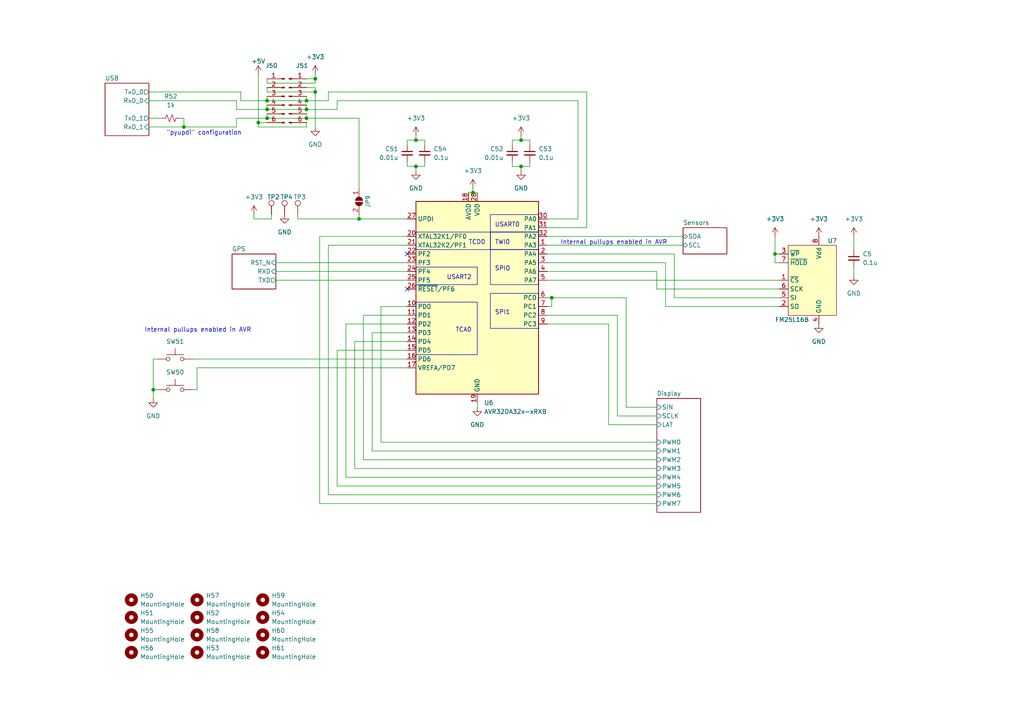
<source format=kicad_sch>
(kicad_sch (version 20230121) (generator eeschema)
  (paper "A4")
  (lib_symbols
    (symbol "0-Atmel:AVR128DA32x-xRXB"
      (property "Reference" "U" (at -17.78 29.21 0))
      (property "Value" "AVR32DA32x-xRXB" (at 2.54 -29.21 0))
      (symbol "AVR128DA32x-xRXB_0_1"
        (rectangle (start -17.78 27.94) (end 17.78 -27.94) (stroke (width 0.254)) (fill (type background)))
      )
      (symbol "AVR128DA32x-xRXB_1_1"
        (pin bidirectional line (at 20.32 15.24 180) (length 2.54) (name "PA3") (number "1"))
        (pin bidirectional line (at -20.32 -2.54 0) (length 2.54) (name "PD0") (number "10"))
        (pin bidirectional line (at -20.32 -5.08 0) (length 2.54) (name "PD1") (number "11"))
        (pin bidirectional line (at -20.32 -7.62 0) (length 2.54) (name "PD2") (number "12"))
        (pin bidirectional line (at -20.32 -10.16 0) (length 2.54) (name "PD3") (number "13"))
        (pin bidirectional line (at -20.32 -12.7 0) (length 2.54) (name "PD4") (number "14"))
        (pin bidirectional line (at -20.32 -15.24 0) (length 2.54) (name "PD5") (number "15"))
        (pin bidirectional line (at -20.32 -17.78 0) (length 2.54) (name "PD6") (number "16"))
        (pin bidirectional line (at -20.32 -20.32 0) (length 2.54) (name "VREFA/PD7") (number "17"))
        (pin power_in line (at -2.54 30.48 270) (length 2.54) (name "AVDD") (number "18"))
        (pin power_in line (at 0 -30.48 90) (length 2.54) (name "GND") (number "19"))
        (pin bidirectional line (at 20.32 12.7 180) (length 2.54) (name "PA4") (number "2"))
        (pin bidirectional line (at -20.32 17.78 0) (length 2.54) (name "XTAL32K1/PF0") (number "20"))
        (pin bidirectional line (at -20.32 15.24 0) (length 2.54) (name "XTAL32K2/PF1") (number "21"))
        (pin bidirectional line (at -20.32 12.7 0) (length 2.54) (name "PF2") (number "22"))
        (pin bidirectional line (at -20.32 10.16 0) (length 2.54) (name "PF3") (number "23"))
        (pin bidirectional line (at -20.32 7.62 0) (length 2.54) (name "PF4") (number "24"))
        (pin bidirectional line (at -20.32 5.08 0) (length 2.54) (name "PF5") (number "25"))
        (pin bidirectional line (at -20.32 2.54 0) (length 2.54) (name "~{RESET}/PF6") (number "26"))
        (pin input line (at -20.32 22.86 0) (length 2.54) (name "UPDI") (number "27"))
        (pin power_in line (at 0 30.48 270) (length 2.54) (name "VDD") (number "28"))
        (pin passive line (at 0 -30.48 90) (length 2.54) hide (name "GND") (number "29"))
        (pin bidirectional line (at 20.32 10.16 180) (length 2.54) (name "PA5") (number "3"))
        (pin bidirectional line (at 20.32 22.86 180) (length 2.54) (name "PA0") (number "30"))
        (pin bidirectional line (at 20.32 20.32 180) (length 2.54) (name "PA1") (number "31"))
        (pin bidirectional line (at 20.32 17.78 180) (length 2.54) (name "PA2") (number "32"))
        (pin passive line (at 0 -30.48 90) (length 2.54) hide (name "GND") (number "33"))
        (pin bidirectional line (at 20.32 7.62 180) (length 2.54) (name "PA6") (number "4"))
        (pin bidirectional line (at 20.32 5.08 180) (length 2.54) (name "PA7") (number "5"))
        (pin bidirectional line (at 20.32 0 180) (length 2.54) (name "PC0") (number "6"))
        (pin bidirectional line (at 20.32 -2.54 180) (length 2.54) (name "PC1") (number "7"))
        (pin bidirectional line (at 20.32 -5.08 180) (length 2.54) (name "PC2") (number "8"))
        (pin bidirectional line (at 20.32 -7.62 180) (length 2.54) (name "PC3") (number "9"))
      )
    )
    (symbol "0-ic-digital:FM25L16B"
      (property "Reference" "U" (at -6.35 11.43 0))
      (property "Value" "FM25L16B" (at -6.35 -11.43 0))
      (symbol "FM25L16B_0_0"
        (pin output line (at -10.16 -7.62 0) (length 2.54) (name "SO") (number "2"))
        (pin input line (at -10.16 7.62 0) (length 2.54) (name "~{WP}") (number "3"))
        (pin passive line (at 1.27 -12.7 90) (length 2.54) (name "GND") (number "4"))
        (pin input line (at -10.16 -5.08 0) (length 2.54) (name "SI") (number "5"))
        (pin input line (at -10.16 -2.54 0) (length 2.54) (name "SCK") (number "6"))
        (pin input line (at -10.16 5.08 0) (length 2.54) (name "~{HOLD}") (number "7"))
        (pin passive line (at 1.27 12.7 270) (length 2.54) (name "Vdd") (number "8"))
      )
      (symbol "FM25L16B_1_0"
        (pin input line (at -10.16 0 0) (length 2.54) (name "~{CS}") (number "1"))
      )
      (symbol "FM25L16B_1_1"
        (rectangle (start -7.62 10.16) (end 6.35 -10.16) (fill (type background)))
      )
    )
    (symbol "0-passives:C-ceramic" (pin_numbers hide) (pin_names (offset 0.254) hide)
      (property "Reference" "C" (at 0.254 1.778 0))
      (property "Value" "?u" (at 0.254 -2.032 0))
      (symbol "C-ceramic_0_1"
        (polyline (pts (xy -1.524 -0.508) (xy 1.524 -0.508)) (stroke (width 0.3302)))
        (polyline (pts (xy -1.524 0.508) (xy 1.524 0.508)) (stroke (width 0.3048)))
      )
      (symbol "C-ceramic_1_1"
        (pin passive line (at 0 2.54 270) (length 2.032) (name "~") (number "1"))
        (pin passive line (at 0 -2.54 90) (length 2.032) (name "~") (number "2"))
      )
    )
    (symbol "0-passives:R" (pin_numbers hide) (pin_names (offset 0.254) hide)
      (property "Reference" "R" (at 0.762 0.508 0))
      (property "Value" "?k" (at 0.762 -1.016 0))
      (symbol "R_1_1"
        (polyline (pts (xy 0 0) (xy 1.016 -0.381) (xy 0 -0.762) (xy -1.016 -1.143) (xy 0 -1.524)))
        (polyline (pts (xy 0 1.524) (xy 1.016 1.143) (xy 0 0.762) (xy -1.016 0.381) (xy 0 0)))
        (pin passive line (at 0 2.54 270) (length 1.016) (name "~") (number "1"))
        (pin passive line (at 0 -2.54 90) (length 1.016) (name "~") (number "2"))
      )
    )
    (symbol "0-passives:SolderJumper_2" (pin_names (offset 0) hide)
      (property "Reference" "JP" (at 0 2.032 0))
      (property "Value" "SolderJumper_2_Open" (at 0 -2.54 0))
      (symbol "SolderJumper_2_0_1"
        (arc (start -0.254 1.016) (mid -1.2656 0) (end -0.254 -1.016))
        (arc (start -0.254 1.016) (mid -1.2656 0) (end -0.254 -1.016) (fill (type outline)))
        (polyline (pts (xy -0.254 1.016) (xy -0.254 -1.016)))
        (polyline (pts (xy 0.254 1.016) (xy 0.254 -1.016)))
        (arc (start 0.254 -1.016) (mid 1.2656 0) (end 0.254 1.016))
        (arc (start 0.254 -1.016) (mid 1.2656 0) (end 0.254 1.016) (fill (type outline)))
      )
      (symbol "SolderJumper_2_1_1"
        (pin passive line (at -3.81 0 0) (length 2.54) (name "A") (number "1"))
        (pin passive line (at 3.81 0 180) (length 2.54) (name "B") (number "2"))
      )
    )
    (symbol "0-power:+3V3" (power) (pin_names (offset 0))
      (property "Value" "+3V3" (at 0 3.556 0))
      (symbol "+3V3_0_1"
        (polyline (pts (xy -0.762 1.27) (xy 0 2.54)))
        (polyline (pts (xy 0 0) (xy 0 2.54)))
        (polyline (pts (xy 0 2.54) (xy 0.762 1.27)))
      )
      (symbol "+3V3_1_1"
        (pin power_in line (at 0 0 90) (length 0) hide (name "+3V3") (number "1"))
      )
    )
    (symbol "0-power:+5V" (power) (pin_names (offset 0))
      (property "Value" "+5V" (at 0 3.556 0))
      (symbol "+5V_0_1"
        (polyline (pts (xy -0.762 1.27) (xy 0 2.54)))
        (polyline (pts (xy 0 0) (xy 0 2.54)))
        (polyline (pts (xy 0 2.54) (xy 0.762 1.27)))
      )
      (symbol "+5V_1_1"
        (pin power_in line (at 0 0 90) (length 0) hide (name "+5V") (number "1"))
      )
    )
    (symbol "0-power:GND" (power) (pin_names (offset 0))
      (property "Value" "GND" (at 0 -3.81 0))
      (symbol "GND_0_1"
        (polyline (pts (xy 0 0) (xy 0 -1.27) (xy 1.27 -1.27) (xy 0 -2.54) (xy -1.27 -1.27) (xy 0 -1.27)))
      )
      (symbol "GND_1_1"
        (pin power_in line (at 0 0 270) (length 0) hide (name "GND") (number "1"))
      )
    )
    (symbol "Connector:Conn_01x06_Pin" (pin_names (offset 1.016) hide)
      (property "Reference" "J" (at 0 7.62 0))
      (property "Value" "Conn_01x06_Pin" (at 0 -10.16 0))
      (symbol "Conn_01x06_Pin_1_1"
        (polyline (pts (xy 1.27 -7.62) (xy 0.8636 -7.62)) (stroke (width 0.1524)))
        (polyline (pts (xy 1.27 -5.08) (xy 0.8636 -5.08)) (stroke (width 0.1524)))
        (polyline (pts (xy 1.27 -2.54) (xy 0.8636 -2.54)) (stroke (width 0.1524)))
        (polyline (pts (xy 1.27 0) (xy 0.8636 0)) (stroke (width 0.1524)))
        (polyline (pts (xy 1.27 2.54) (xy 0.8636 2.54)) (stroke (width 0.1524)))
        (polyline (pts (xy 1.27 5.08) (xy 0.8636 5.08)) (stroke (width 0.1524)))
        (rectangle (start 0.8636 -7.493) (end 0 -7.747) (stroke (width 0.1524)) (fill (type outline)))
        (rectangle (start 0.8636 -4.953) (end 0 -5.207) (stroke (width 0.1524)) (fill (type outline)))
        (rectangle (start 0.8636 -2.413) (end 0 -2.667) (stroke (width 0.1524)) (fill (type outline)))
        (rectangle (start 0.8636 0.127) (end 0 -0.127) (stroke (width 0.1524)) (fill (type outline)))
        (rectangle (start 0.8636 2.667) (end 0 2.413) (stroke (width 0.1524)) (fill (type outline)))
        (rectangle (start 0.8636 5.207) (end 0 4.953) (stroke (width 0.1524)) (fill (type outline)))
        (pin passive line (at 5.08 5.08 180) (length 3.81) (name "Pin_1") (number "1"))
        (pin passive line (at 5.08 2.54 180) (length 3.81) (name "Pin_2") (number "2"))
        (pin passive line (at 5.08 0 180) (length 3.81) (name "Pin_3") (number "3"))
        (pin passive line (at 5.08 -2.54 180) (length 3.81) (name "Pin_4") (number "4"))
        (pin passive line (at 5.08 -5.08 180) (length 3.81) (name "Pin_5") (number "5"))
        (pin passive line (at 5.08 -7.62 180) (length 3.81) (name "Pin_6") (number "6"))
      )
    )
    (symbol "Connector:TestPoint" (pin_numbers hide) (pin_names (offset 0.762) hide)
      (property "Reference" "TP" (at 0 6.858 0))
      (property "Value" "TestPoint" (at 0 5.08 0))
      (symbol "TestPoint_0_1"
        (circle (center 0 3.302) (radius 0.762))
      )
      (symbol "TestPoint_1_1"
        (pin passive line (at 0 0 90) (length 2.54) (name "1") (number "1"))
      )
    )
    (symbol "Mechanical:MountingHole" (pin_names (offset 1.016))
      (property "Reference" "H" (at 0 5.08 0))
      (property "Value" "MountingHole" (at 0 3.175 0))
      (symbol "MountingHole_0_1"
        (circle (center 0 0) (radius 1.27) (stroke (width 1.27)))
      )
    )
    (symbol "Switch:SW_Push" (pin_numbers hide) (pin_names (offset 1.016) hide)
      (property "Reference" "SW" (at 1.27 2.54 0))
      (property "Value" "SW_Push" (at 0 -1.524 0))
      (symbol "SW_Push_0_1"
        (circle (center -2.032 0) (radius 0.508))
        (polyline (pts (xy 0 1.27) (xy 0 3.048)))
        (polyline (pts (xy 2.54 1.27) (xy -2.54 1.27)))
        (circle (center 2.032 0) (radius 0.508))
        (pin passive line (at -5.08 0 0) (length 2.54) (name "1") (number "1"))
        (pin passive line (at 5.08 0 180) (length 2.54) (name "2") (number "2"))
      )
    )
  )
  (junction (at 77.47 29.21))
  (junction (at 91.44 22.86))
  (junction (at 53.34 36.83))
  (junction (at 104.14 63.5))
  (junction (at 151.13 40.64))
  (junction (at 88.9 29.21))
  (junction (at 151.13 48.26))
  (junction (at 77.47 34.29))
  (junction (at 88.9 34.29))
  (junction (at 44.45 113.03))
  (junction (at 88.9 31.75))
  (junction (at 74.93 35.56))
  (junction (at 91.44 26.67))
  (junction (at 160.02 86.36))
  (junction (at 77.47 31.75))
  (junction (at 137.16 55.88))
  (junction (at 224.79 73.66))
  (junction (at 120.65 40.64))
  (junction (at 120.65 48.26))
  (no_connect (at 118.11 83.82))
  (no_connect (at 118.11 73.66))
  (wire (pts (xy 53.34 36.83) (xy 68.58 36.83)))
  (wire (pts (xy 77.47 27.94) (xy 77.47 29.21)))
  (wire (pts (xy 153.67 40.64) (xy 151.13 40.64)))
  (wire (pts (xy 73.66 62.23) (xy 73.66 63.5)))
  (wire (pts (xy 160.02 86.36) (xy 181.61 86.36)))
  (wire (pts (xy 160.02 88.9) (xy 160.02 86.36)))
  (wire (pts (xy 181.61 86.36) (xy 181.61 118.11)))
  (wire (pts (xy 80.01 78.74) (xy 118.11 78.74)))
  (wire (pts (xy 45.72 104.14) (xy 44.45 104.14)))
  (wire (pts (xy 158.75 88.9) (xy 160.02 88.9)))
  (wire (pts (xy 138.43 118.11) (xy 138.43 116.84)))
  (wire (pts (xy 97.79 29.21) (xy 97.79 31.75)))
  (wire (pts (xy 105.41 91.44) (xy 118.11 91.44)))
  (wire (pts (xy 88.9 35.56) (xy 88.9 36.83)))
  (wire (pts (xy 158.75 66.04) (xy 170.18 66.04)))
  (wire (pts (xy 195.58 73.66) (xy 195.58 86.36)))
  (wire (pts (xy 97.79 140.97) (xy 190.5 140.97)))
  (wire (pts (xy 120.65 48.26) (xy 123.19 48.26)))
  (wire (pts (xy 68.58 29.21) (xy 68.58 31.75)))
  (wire (pts (xy 179.07 120.65) (xy 190.5 120.65)))
  (wire (pts (xy 123.19 40.64) (xy 120.65 40.64)))
  (wire (pts (xy 170.18 66.04) (xy 170.18 26.67)))
  (wire (pts (xy 88.9 25.4) (xy 91.44 25.4)))
  (wire (pts (xy 107.95 130.81) (xy 190.5 130.81)))
  (wire (pts (xy 105.41 133.35) (xy 190.5 133.35)))
  (wire (pts (xy 77.47 29.21) (xy 88.9 29.21)))
  (wire (pts (xy 91.44 26.67) (xy 91.44 36.83)))
  (wire (pts (xy 158.75 86.36) (xy 160.02 86.36)))
  (wire (pts (xy 148.59 40.64) (xy 151.13 40.64)))
  (wire (pts (xy 104.14 34.29) (xy 88.9 34.29)))
  (wire (pts (xy 118.11 46.99) (xy 118.11 48.26)))
  (wire (pts (xy 118.11 48.26) (xy 120.65 48.26)))
  (wire (pts (xy 77.47 24.13) (xy 91.44 24.13)))
  (wire (pts (xy 68.58 36.83) (xy 68.58 34.29)))
  (wire (pts (xy 74.93 21.59) (xy 74.93 35.56)))
  (wire (pts (xy 158.75 63.5) (xy 167.64 63.5)))
  (wire (pts (xy 226.06 73.66) (xy 224.79 73.66)))
  (wire (pts (xy 68.58 29.21) (xy 43.18 29.21)))
  (wire (pts (xy 69.85 26.67) (xy 69.85 29.21)))
  (wire (pts (xy 68.58 34.29) (xy 77.47 34.29)))
  (wire (pts (xy 120.65 40.64) (xy 120.65 39.37)))
  (wire (pts (xy 158.75 93.98) (xy 176.53 93.98)))
  (wire (pts (xy 91.44 25.4) (xy 91.44 26.67)))
  (wire (pts (xy 88.9 29.21) (xy 88.9 27.94)))
  (wire (pts (xy 69.85 29.21) (xy 77.47 29.21)))
  (wire (pts (xy 193.04 76.2) (xy 193.04 88.9)))
  (wire (pts (xy 137.16 54.61) (xy 137.16 55.88)))
  (wire (pts (xy 193.04 88.9) (xy 226.06 88.9)))
  (wire (pts (xy 151.13 49.53) (xy 151.13 48.26)))
  (wire (pts (xy 181.61 118.11) (xy 190.5 118.11)))
  (wire (pts (xy 123.19 48.26) (xy 123.19 46.99)))
  (wire (pts (xy 120.65 49.53) (xy 120.65 48.26)))
  (wire (pts (xy 92.71 146.05) (xy 190.5 146.05)))
  (wire (pts (xy 88.9 34.29) (xy 88.9 33.02)))
  (wire (pts (xy 148.59 46.99) (xy 148.59 48.26)))
  (wire (pts (xy 97.79 31.75) (xy 88.9 31.75)))
  (wire (pts (xy 110.49 128.27) (xy 190.5 128.27)))
  (wire (pts (xy 176.53 93.98) (xy 176.53 123.19)))
  (wire (pts (xy 158.75 76.2) (xy 193.04 76.2)))
  (wire (pts (xy 102.87 135.89) (xy 102.87 99.06)))
  (wire (pts (xy 118.11 71.12) (xy 95.25 71.12)))
  (wire (pts (xy 118.11 41.91) (xy 118.11 40.64)))
  (wire (pts (xy 151.13 40.64) (xy 151.13 39.37)))
  (wire (pts (xy 137.16 55.88) (xy 135.89 55.88)))
  (wire (pts (xy 153.67 48.26) (xy 153.67 46.99)))
  (wire (pts (xy 158.75 73.66) (xy 195.58 73.66)))
  (wire (pts (xy 77.47 26.67) (xy 91.44 26.67)))
  (wire (pts (xy 102.87 135.89) (xy 190.5 135.89)))
  (wire (pts (xy 92.71 68.58) (xy 118.11 68.58)))
  (wire (pts (xy 80.01 81.28) (xy 118.11 81.28)))
  (wire (pts (xy 44.45 113.03) (xy 44.45 104.14)))
  (wire (pts (xy 179.07 91.44) (xy 179.07 120.65)))
  (wire (pts (xy 74.93 35.56) (xy 77.47 35.56)))
  (wire (pts (xy 95.25 71.12) (xy 95.25 143.51)))
  (wire (pts (xy 224.79 73.66) (xy 224.79 76.2)))
  (wire (pts (xy 176.53 123.19) (xy 190.5 123.19)))
  (wire (pts (xy 158.75 81.28) (xy 226.06 81.28)))
  (wire (pts (xy 43.18 34.29) (xy 46.99 34.29)))
  (wire (pts (xy 97.79 140.97) (xy 97.79 101.6)))
  (wire (pts (xy 224.79 73.66) (xy 224.79 68.58)))
  (wire (pts (xy 77.47 22.86) (xy 77.47 24.13)))
  (wire (pts (xy 158.75 71.12) (xy 198.12 71.12)))
  (wire (pts (xy 100.33 138.43) (xy 100.33 93.98)))
  (wire (pts (xy 190.5 78.74) (xy 190.5 83.82)))
  (wire (pts (xy 57.15 106.68) (xy 57.15 113.03)))
  (wire (pts (xy 123.19 41.91) (xy 123.19 40.64)))
  (wire (pts (xy 43.18 36.83) (xy 53.34 36.83)))
  (wire (pts (xy 158.75 78.74) (xy 190.5 78.74)))
  (wire (pts (xy 86.36 62.23) (xy 86.36 63.5)))
  (wire (pts (xy 92.71 146.05) (xy 92.71 68.58)))
  (wire (pts (xy 55.88 104.14) (xy 118.11 104.14)))
  (wire (pts (xy 137.16 55.88) (xy 138.43 55.88)))
  (wire (pts (xy 148.59 48.26) (xy 151.13 48.26)))
  (wire (pts (xy 226.06 76.2) (xy 224.79 76.2)))
  (wire (pts (xy 95.25 26.67) (xy 95.25 29.21)))
  (wire (pts (xy 118.11 88.9) (xy 110.49 88.9)))
  (wire (pts (xy 45.72 113.03) (xy 44.45 113.03)))
  (wire (pts (xy 100.33 93.98) (xy 118.11 93.98)))
  (wire (pts (xy 105.41 133.35) (xy 105.41 91.44)))
  (wire (pts (xy 104.14 34.29) (xy 104.14 54.61)))
  (wire (pts (xy 77.47 30.48) (xy 77.47 31.75)))
  (wire (pts (xy 91.44 22.86) (xy 91.44 21.59)))
  (wire (pts (xy 74.93 36.83) (xy 74.93 35.56)))
  (wire (pts (xy 107.95 130.81) (xy 107.95 96.52)))
  (wire (pts (xy 88.9 36.83) (xy 74.93 36.83)))
  (wire (pts (xy 97.79 101.6) (xy 118.11 101.6)))
  (wire (pts (xy 102.87 99.06) (xy 118.11 99.06)))
  (wire (pts (xy 104.14 63.5) (xy 118.11 63.5)))
  (wire (pts (xy 118.11 106.68) (xy 57.15 106.68)))
  (wire (pts (xy 107.95 96.52) (xy 118.11 96.52)))
  (wire (pts (xy 110.49 88.9) (xy 110.49 128.27)))
  (wire (pts (xy 158.75 91.44) (xy 179.07 91.44)))
  (wire (pts (xy 118.11 40.64) (xy 120.65 40.64)))
  (wire (pts (xy 195.58 86.36) (xy 226.06 86.36)))
  (wire (pts (xy 43.18 26.67) (xy 69.85 26.67)))
  (wire (pts (xy 77.47 34.29) (xy 88.9 34.29)))
  (wire (pts (xy 77.47 33.02) (xy 77.47 34.29)))
  (wire (pts (xy 247.65 77.47) (xy 247.65 80.01)))
  (wire (pts (xy 247.65 68.58) (xy 247.65 72.39)))
  (wire (pts (xy 158.75 68.58) (xy 198.12 68.58)))
  (wire (pts (xy 100.33 138.43) (xy 190.5 138.43)))
  (wire (pts (xy 104.14 62.23) (xy 104.14 63.5)))
  (wire (pts (xy 78.74 63.5) (xy 78.74 62.23)))
  (wire (pts (xy 53.34 34.29) (xy 52.07 34.29)))
  (wire (pts (xy 190.5 83.82) (xy 226.06 83.82)))
  (wire (pts (xy 77.47 31.75) (xy 88.9 31.75)))
  (wire (pts (xy 68.58 31.75) (xy 77.47 31.75)))
  (wire (pts (xy 148.59 41.91) (xy 148.59 40.64)))
  (wire (pts (xy 153.67 41.91) (xy 153.67 40.64)))
  (wire (pts (xy 86.36 63.5) (xy 104.14 63.5)))
  (wire (pts (xy 88.9 31.75) (xy 88.9 30.48)))
  (wire (pts (xy 95.25 29.21) (xy 88.9 29.21)))
  (wire (pts (xy 97.79 29.21) (xy 167.64 29.21)))
  (wire (pts (xy 80.01 76.2) (xy 118.11 76.2)))
  (wire (pts (xy 44.45 113.03) (xy 44.45 115.57)))
  (wire (pts (xy 167.64 63.5) (xy 167.64 29.21)))
  (wire (pts (xy 151.13 48.26) (xy 153.67 48.26)))
  (wire (pts (xy 95.25 143.51) (xy 190.5 143.51)))
  (wire (pts (xy 53.34 36.83) (xy 53.34 34.29)))
  (wire (pts (xy 95.25 26.67) (xy 170.18 26.67)))
  (wire (pts (xy 77.47 25.4) (xy 77.47 26.67)))
  (wire (pts (xy 57.15 113.03) (xy 55.88 113.03)))
  (wire (pts (xy 88.9 22.86) (xy 91.44 22.86)))
  (wire (pts (xy 91.44 24.13) (xy 91.44 22.86)))
  (wire (pts (xy 73.66 63.5) (xy 78.74 63.5)))
  (rectangle (start 142.24 85.09) (end 156.21 95.25))
  (rectangle (start 120.65 67.31) (end 142.24 72.39))
  (rectangle (start 120.65 77.47) (end 138.43 82.55))
  (rectangle (start 120.65 87.63) (end 138.43 102.87))
  (rectangle (start 142.24 62.23) (end 156.21 67.31))
  (rectangle (start 142.24 67.31) (end 156.21 72.39))
  (rectangle (start 142.24 72.39) (end 156.21 82.55))
  (text "TCA0" (at 132.08 96.52 0) (effects (font (size 1.27 1.27)) (justify left bottom)))
  (text "Internal pullups enabled in AVR" (at 162.56 71.12 0) (effects (font (size 1.27 1.27)) (justify left bottom)))
  (text "TWI0" (at 143.51 71.12 0) (effects (font (size 1.27 1.27)) (justify left bottom)))
  (text "SPI1" (at 143.51 91.44 0) (effects (font (size 1.27 1.27)) (justify left bottom)))
  (text "USART0" (at 143.51 66.04 0) (effects (font (size 1.27 1.27)) (justify left bottom)))
  (text "USART2" (at 129.54 81.28 0) (effects (font (size 1.27 1.27)) (justify left bottom)))
  (text "TCD0" (at 135.89 71.12 0) (effects (font (size 1.27 1.27)) (justify left bottom)))
  (text "SPI0" (at 143.51 78.74 0) (effects (font (size 1.27 1.27)) (justify left bottom)))
  (text "Internal pullups enabled in AVR" (at 41.91 96.52 0) (effects (font (size 1.27 1.27)) (justify left bottom)))
  (text "\"pyupdi\" configuration" (at 48.26 39.37 0) (effects (font (size 1.27 1.27)) (justify left bottom)))
  (symbol (lib_id "Mechanical:MountingHole") (at 57.15 179.07 0) (unit 1)
    (property "Reference" "H52" (at 59.69 177.8 0) (effects (justify left)))
    (property "Value" "MountingHole" (at 59.69 180.34 0) (effects (justify left)))
    (property "Footprint" "MountingHole:MountingHole_2.2mm_M2" (effects hide))
  )
  (symbol (lib_id "0-power:GND") (at 247.65 80.01 0) (unit 1)
    (property "Reference" "#PWR078" (effects hide))
    (property "Value" "GND" (at 247.65 85.09 0))
  )
  (symbol (lib_id "0-power:GND") (at 138.43 118.11 0) (unit 1)
    (property "Reference" "#PWR083" (effects hide))
    (property "Value" "GND" (at 138.43 123.19 0))
  )
  (symbol (lib_id "Connector:Conn_01x06_Pin") (at 82.55 27.94 0) (mirror y) (unit 1)
    (property "Reference" "J50" (at 78.74 19.05 0))
    (property "Value" "Conn_01x06_Pin" (effects hide))
    (property "Footprint" "Connector_PinHeader_2.54mm:PinHeader_1x06_P2.54mm_Vertical" (effects hide))
  )
  (symbol (lib_id "Mechanical:MountingHole") (at 57.15 189.23 0) (unit 1)
    (property "Reference" "H53" (at 59.69 187.96 0) (effects (justify left)))
    (property "Value" "MountingHole" (at 59.69 190.5 0) (effects (justify left)))
    (property "Footprint" "MountingHole:MountingHole_2.2mm_M2" (effects hide))
  )
  (symbol (lib_id "Connector:TestPoint") (at 86.36 62.23 0) (unit 1)
    (property "Reference" "TP3" (at 85.09 57.15 0) (effects (justify left)))
    (property "Value" "TestPoint" (effects hide))
    (property "Footprint" "TestPoint:TestPoint_Pad_D2.0mm" (effects hide))
  )
  (symbol (lib_id "0-power:+3V3") (at 247.65 68.58 0) (unit 1)
    (property "Reference" "#PWR077" (effects hide))
    (property "Value" "+3V3" (at 247.65 63.5 0))
  )
  (symbol (lib_id "0-power:GND") (at 44.45 115.57 0) (unit 1)
    (property "Reference" "#PWR085" (effects hide))
    (property "Value" "GND" (at 44.45 120.65 0))
  )
  (symbol (lib_id "0-passives:C-ceramic") (at 148.59 44.45 0) (mirror y) (unit 1)
    (property "Reference" "C52" (at 146.05 43.1863 0) (effects (justify left)))
    (property "Value" "0.01u" (at 146.05 45.7263 0) (effects (justify left)))
    (property "Footprint" "Capacitor_SMD:C_0603_1608Metric" (effects hide))
  )
  (symbol (lib_id "0-Atmel:AVR128DA32x-xRXB") (at 138.43 86.36 0) (unit 1)
    (property "Reference" "U6" (at 140.3859 116.84 0) (effects (justify left)))
    (property "Value" "AVR32DA32x-xRXB" (at 140.3859 119.38 0) (effects (justify left)))
    (property "Footprint" "Package_DFN_QFN:QFN-32-1EP_5x5mm_P0.5mm_EP3.1x3.1mm" (effects hide))
    (property "Datasheet" "https://ww1.microchip.com/downloads/en/DeviceDoc/AVR32DA28-32-48-Data-Sheet-40002228B.pdf" (effects hide))
  )
  (symbol (lib_id "0-power:GND") (at 82.55 62.23 0) (unit 1)
    (property "Reference" "#PWR089" (effects hide))
    (property "Value" "GND" (at 82.55 67.31 0))
  )
  (symbol (lib_id "0-passives:SolderJumper_2") (at 104.14 58.42 270) (unit 1)
    (property "Reference" "JP9" (at 106.68 58.42 0))
    (property "Value" "SolderJumper_2_Open" (effects hide))
    (property "Footprint" "Jumper:SolderJumper-2_P1.3mm_Open_Pad1.0x1.5mm" (effects hide))
  )
  (symbol (lib_id "0-power:+5V") (at 74.93 21.59 0) (unit 1)
    (property "Reference" "#PWR0100" (effects hide))
    (property "Value" "+5V" (at 74.93 17.78 0))
  )
  (symbol (lib_id "0-power:GND") (at 120.65 49.53 0) (unit 1)
    (property "Reference" "#PWR082" (effects hide))
    (property "Value" "GND" (at 120.65 54.61 0))
  )
  (symbol (lib_id "0-power:+3V3") (at 91.44 21.59 0) (unit 1)
    (property "Reference" "#PWR099" (effects hide))
    (property "Value" "+3V3" (at 91.44 16.51 0))
  )
  (symbol (lib_id "0-power:+3V3") (at 151.13 39.37 0) (unit 1)
    (property "Reference" "#PWR087" (effects hide))
    (property "Value" "+3V3" (at 151.13 34.29 0))
  )
  (symbol (lib_id "Mechanical:MountingHole") (at 76.2 173.99 0) (unit 1)
    (property "Reference" "H59" (at 78.74 172.72 0) (effects (justify left)))
    (property "Value" "MountingHole" (at 78.74 175.26 0) (effects (justify left)))
    (property "Footprint" "MountingHole:MountingHole_2.2mm_M2" (effects hide))
  )
  (symbol (lib_id "Switch:SW_Push") (at 50.8 104.14 0) (unit 1)
    (property "Reference" "SW51" (at 50.8 99.06 0))
    (property "Value" "PTS645SK50SMTR92" (effects hide))
    (property "Footprint" "Button_Switch_SMD:SW_Push_1P1T_NO_6x6mm_H9.5mm" (effects hide))
  )
  (symbol (lib_id "0-passives:C-ceramic") (at 123.19 44.45 0) (unit 1)
    (property "Reference" "C54" (at 125.73 43.1863 0) (effects (justify left)))
    (property "Value" "0.1u" (at 125.73 45.7263 0) (effects (justify left)))
    (property "Footprint" "Capacitor_SMD:C_0603_1608Metric" (effects hide))
  )
  (symbol (lib_id "0-power:+3V3") (at 120.65 39.37 0) (unit 1)
    (property "Reference" "#PWR086" (effects hide))
    (property "Value" "+3V3" (at 120.65 34.29 0))
  )
  (symbol (lib_id "0-power:+3V3") (at 73.66 62.23 0) (unit 1)
    (property "Reference" "#PWR090" (effects hide))
    (property "Value" "+3V3" (at 73.66 57.15 0))
  )
  (symbol (lib_id "Mechanical:MountingHole") (at 57.15 173.99 0) (unit 1)
    (property "Reference" "H57" (at 59.69 172.72 0) (effects (justify left)))
    (property "Value" "MountingHole" (at 59.69 175.26 0) (effects (justify left)))
    (property "Footprint" "MountingHole:MountingHole_2.2mm_M2" (effects hide))
  )
  (symbol (lib_id "0-power:+3V3") (at 224.79 68.58 0) (unit 1)
    (property "Reference" "#PWR075" (effects hide))
    (property "Value" "+3V3" (at 224.79 63.5 0))
  )
  (symbol (lib_id "Mechanical:MountingHole") (at 38.1 179.07 0) (unit 1)
    (property "Reference" "H51" (at 40.64 177.8 0) (effects (justify left)))
    (property "Value" "MountingHole" (at 40.64 180.34 0) (effects (justify left)))
    (property "Footprint" "MountingHole:MountingHole_2.2mm_M2" (effects hide))
  )
  (symbol (lib_id "0-power:+3V3") (at 237.49 68.58 0) (unit 1)
    (property "Reference" "#PWR074" (effects hide))
    (property "Value" "+3V3" (at 237.49 63.5 0))
  )
  (symbol (lib_id "0-passives:C-ceramic") (at 247.65 74.93 0) (unit 1)
    (property "Reference" "C5" (at 250.19 73.6663 0) (effects (justify left)))
    (property "Value" "0.1u" (at 250.19 76.2063 0) (effects (justify left)))
    (property "Footprint" "Capacitor_SMD:C_0603_1608Metric" (effects hide))
  )
  (symbol (lib_id "Mechanical:MountingHole") (at 38.1 189.23 0) (unit 1)
    (property "Reference" "H56" (at 40.64 187.96 0) (effects (justify left)))
    (property "Value" "MountingHole" (at 40.64 190.5 0) (effects (justify left)))
    (property "Footprint" "MountingHole:MountingHole_2.2mm_M2" (effects hide))
  )
  (symbol (lib_id "Mechanical:MountingHole") (at 38.1 173.99 0) (unit 1)
    (property "Reference" "H50" (at 40.64 172.72 0) (effects (justify left)))
    (property "Value" "MountingHole" (at 40.64 175.26 0) (effects (justify left)))
    (property "Footprint" "MountingHole:MountingHole_2.2mm_M2" (effects hide))
  )
  (symbol (lib_id "Mechanical:MountingHole") (at 76.2 189.23 0) (unit 1)
    (property "Reference" "H61" (at 78.74 187.96 0) (effects (justify left)))
    (property "Value" "MountingHole" (at 78.74 190.5 0) (effects (justify left)))
    (property "Footprint" "MountingHole:MountingHole_2.2mm_M2" (effects hide))
  )
  (symbol (lib_id "0-passives:C-ceramic") (at 118.11 44.45 0) (mirror y) (unit 1)
    (property "Reference" "C51" (at 115.57 43.1863 0) (effects (justify left)))
    (property "Value" "0.01u" (at 115.57 45.7263 0) (effects (justify left)))
    (property "Footprint" "Capacitor_SMD:C_0603_1608Metric" (effects hide))
  )
  (symbol (lib_id "Mechanical:MountingHole") (at 38.1 184.15 0) (unit 1)
    (property "Reference" "H55" (at 40.64 182.88 0) (effects (justify left)))
    (property "Value" "MountingHole" (at 40.64 185.42 0) (effects (justify left)))
    (property "Footprint" "MountingHole:MountingHole_2.2mm_M2" (effects hide))
  )
  (symbol (lib_id "Connector:TestPoint") (at 78.74 62.23 0) (unit 1)
    (property "Reference" "TP2" (at 77.47 57.15 0) (effects (justify left)))
    (property "Value" "TestPoint" (effects hide))
    (property "Footprint" "TestPoint:TestPoint_Pad_D2.0mm" (effects hide))
  )
  (symbol (lib_id "Mechanical:MountingHole") (at 76.2 184.15 0) (unit 1)
    (property "Reference" "H60" (at 78.74 182.88 0) (effects (justify left)))
    (property "Value" "MountingHole" (at 78.74 185.42 0) (effects (justify left)))
    (property "Footprint" "MountingHole:MountingHole_2.2mm_M2" (effects hide))
  )
  (symbol (lib_id "0-power:+3V3") (at 137.16 54.61 0) (unit 1)
    (property "Reference" "#PWR084" (effects hide))
    (property "Value" "+3V3" (at 137.16 49.53 0))
  )
  (symbol (lib_id "Mechanical:MountingHole") (at 57.15 184.15 0) (unit 1)
    (property "Reference" "H58" (at 59.69 182.88 0) (effects (justify left)))
    (property "Value" "MountingHole" (at 59.69 185.42 0) (effects (justify left)))
    (property "Footprint" "MountingHole:MountingHole_2.2mm_M2" (effects hide))
  )
  (symbol (lib_id "0-power:GND") (at 91.44 36.83 0) (unit 1)
    (property "Reference" "#PWR0101" (effects hide))
    (property "Value" "GND" (at 91.44 41.91 0))
  )
  (symbol (lib_id "Switch:SW_Push") (at 50.8 113.03 0) (unit 1)
    (property "Reference" "SW50" (at 50.8 107.95 0))
    (property "Value" "PTS645SK50SMTR92" (effects hide))
    (property "Footprint" "Button_Switch_SMD:SW_Push_1P1T_NO_6x6mm_H9.5mm" (effects hide))
  )
  (symbol (lib_id "0-power:GND") (at 151.13 49.53 0) (unit 1)
    (property "Reference" "#PWR088" (effects hide))
    (property "Value" "GND" (at 151.13 54.61 0))
  )
  (symbol (lib_id "Mechanical:MountingHole") (at 76.2 179.07 0) (unit 1)
    (property "Reference" "H54" (at 78.74 177.8 0) (effects (justify left)))
    (property "Value" "MountingHole" (at 78.74 180.34 0) (effects (justify left)))
    (property "Footprint" "MountingHole:MountingHole_2.2mm_M2" (effects hide))
  )
  (symbol (lib_id "0-passives:C-ceramic") (at 153.67 44.45 0) (unit 1)
    (property "Reference" "C53" (at 156.21 43.1863 0) (effects (justify left)))
    (property "Value" "0.1u" (at 156.21 45.7263 0) (effects (justify left)))
    (property "Footprint" "Capacitor_SMD:C_0603_1608Metric" (effects hide))
  )
  (symbol (lib_id "Connector:TestPoint") (at 82.55 62.23 0) (unit 1)
    (property "Reference" "TP4" (at 81.28 57.15 0) (effects (justify left)))
    (property "Value" "TestPoint" (effects hide))
    (property "Footprint" "TestPoint:TestPoint_Pad_D2.0mm" (effects hide))
  )
  (symbol (lib_id "Connector:Conn_01x06_Pin") (at 83.82 27.94 0) (unit 1)
    (property "Reference" "J51" (at 87.63 19.05 0))
    (property "Value" "Conn_01x06_Pin" (effects hide))
    (property "Footprint" "Connector_PinHeader_2.54mm:PinHeader_1x06_P2.54mm_Vertical" (effects hide))
  )
  (symbol (lib_id "0-power:GND") (at 237.49 93.98 0) (unit 1)
    (property "Reference" "#PWR076" (effects hide))
    (property "Value" "GND" (at 237.49 99.06 0))
  )
  (symbol (lib_id "0-ic-digital:FM25L16B") (at 236.22 81.28 0) (unit 1)
    (property "Reference" "U7" (at 240.03 69.85 0) (effects (justify left)))
    (property "Value" "FM25L16B" (at 224.79 92.71 0) (effects (justify left)))
    (property "Footprint" "Package_SO:SOIC-8_3.9x4.9mm_P1.27mm" (effects hide))
    (property "Datasheet" "https://www.infineon.com/dgdl/Infineon-FM25L16B_16-Kbit_(2_K_8)_Serial_(SPI)_F-RAM-DataSheet-v11_00-EN.pdf?fileId=8ac78c8c7d0d8da4017d0ec917394180&utm_source=cypress&utm_medium=referral&utm_campaign=202110_globe_en_all_integration-files" (effects hide))
  )
  (symbol (lib_id "0-passives:R") (at 49.53 34.29 90) (unit 1)
    (property "Reference" "R52" (at 49.53 27.94 90))
    (property "Value" "1k" (at 49.53 30.48 90))
    (property "Footprint" "Resistor_SMD:R_0402_1005Metric" (effects hide))
  )
  (sheet (at 198.12 66.04) (size 12.7 7.62) (stroke (width 0.1524))
    (property "Sheetname" "Sensors" (at 198.12 65.3284 0) (effects (justify left bottom)))
    (property "Sheetfile" "sensors.kicad_sch" (effects hide))
    (pin "SCL" bidirectional (at 198.12 71.12 180))
    (pin "SDA" bidirectional (at 198.12 68.58 180))
  )
  (sheet (at 190.5 115.57) (size 12.7 33.02) (stroke (width 0.1524))
    (property "Sheetname" "Display" (at 190.5 114.8584 0) (effects (justify left bottom)))
    (property "Sheetfile" "display.kicad_sch" (effects hide))
    (pin "LAT" input (at 190.5 123.19 180))
    (pin "SIN" input (at 190.5 118.11 180))
    (pin "PWM3" input (at 190.5 135.89 180))
    (pin "PWM2" input (at 190.5 133.35 180))
    (pin "PWM0" input (at 190.5 128.27 180))
    (pin "SCLK" input (at 190.5 120.65 180))
    (pin "PWM1" input (at 190.5 130.81 180))
    (pin "PWM5" input (at 190.5 140.97 180))
    (pin "PWM4" input (at 190.5 138.43 180))
    (pin "PWM7" input (at 190.5 146.05 180))
    (pin "PWM6" input (at 190.5 143.51 180))
  )
  (sheet (at 30.48 24.13) (size 12.7 15.24) (stroke (width 0.1524))
    (property "Sheetname" "USB" (at 30.48 23.4184 0) (effects (justify left bottom)))
    (property "Sheetfile" "USB.kicad_sch" (effects hide))
    (pin "RxD_0" input (at 43.18 29.21 0))
    (pin "TxD_0" output (at 43.18 26.67 0))
    (pin "RxD_1" input (at 43.18 36.83 0))
    (pin "TxD_1" output (at 43.18 34.29 0))
  )
  (sheet (at 67.31 73.66) (size 12.7 10.16) (stroke (width 0.1524))
    (property "Sheetname" "GPS" (at 67.31 72.9484 0) (effects (justify left bottom)))
    (property "Sheetfile" "GPS.kicad_sch" (effects hide))
    (pin "TXD" output (at 80.01 81.28 0))
    (pin "RXD" input (at 80.01 78.74 0))
    (pin "RST_N" input (at 80.01 76.2 0))
  )
)
</source>
